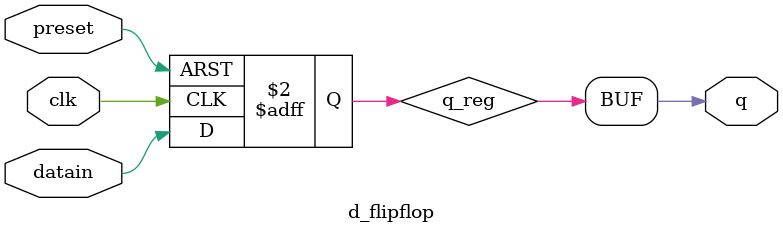
<source format=v>
module d_flipflop (
    input datain,  
    input clk,    
    input preset, 
    output q 
);

    reg q_reg;

    always @(posedge clk or posedge preset) begin
        if (preset)
            q_reg <= 1'b1;      
        else
            q_reg <= datain;    
    end

    assign q = q_reg;

endmodule

</source>
